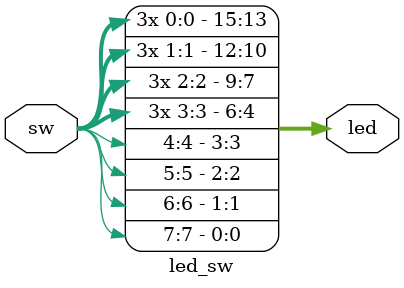
<source format=v>
`timescale 1ns/1ps
module led_sw(
    output [15:0] led,
    input [7:0] sw
);
//LED CONFIGURATION CAN BE CHANGED HERE OR IN THE .XDC FILE.
//assign led[0:3] = sw[3:0];
//assign led[4] = sw[4];
//assign led[5] = sw[4];
//assign led[6] = sw[4];
//assign led[7] = sw[5];
//assign led[8] = sw[5];
//assign led[9] = sw[5];
//assign led[10] = sw[6];
//assign led[11] = sw[6];
//assign led[12] = sw[6];
//assign led[13] = sw[7];
//assign led[14] = sw[7];
//assign led[15] = sw[7];
assign led[0] = sw[7];
assign led[1] = sw[6];
assign led[2] = sw[5];
assign led[3] = sw[4];
assign led[6] = sw[3];
assign led[5] = sw[3];
assign led[4] = sw[3];
assign led[9] = sw[2];
assign led[8] = sw[2];
assign led[7] = sw[2];
assign led[12] = sw[1];
assign led[11] = sw[1];
assign led[10] = sw[1];
assign led[15] = sw[0];
assign led[14] = sw[0];
assign led[13] = sw[0];

endmodule
</source>
